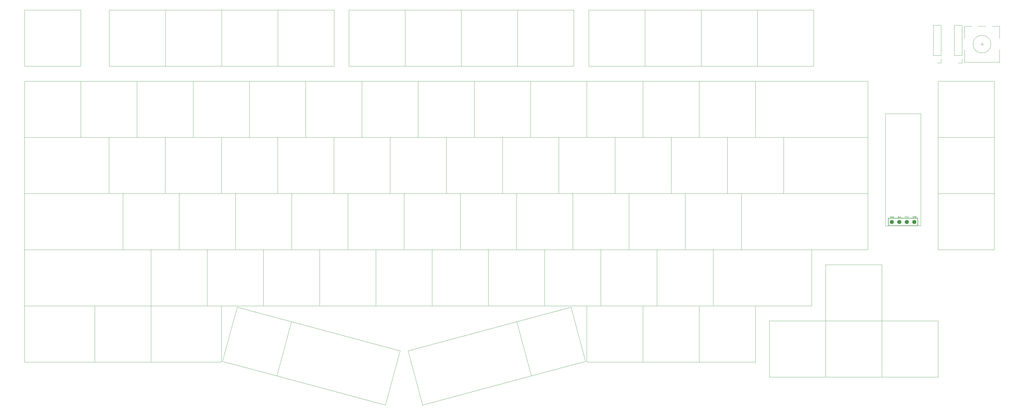
<source format=gbr>
%TF.GenerationSoftware,KiCad,Pcbnew,(6.0.6)*%
%TF.CreationDate,2022-07-23T00:41:05+02:00*%
%TF.ProjectId,middle,6d696464-6c65-42e6-9b69-6361645f7063,rev?*%
%TF.SameCoordinates,Original*%
%TF.FileFunction,Legend,Top*%
%TF.FilePolarity,Positive*%
%FSLAX46Y46*%
G04 Gerber Fmt 4.6, Leading zero omitted, Abs format (unit mm)*
G04 Created by KiCad (PCBNEW (6.0.6)) date 2022-07-23 00:41:05*
%MOMM*%
%LPD*%
G01*
G04 APERTURE LIST*
%ADD10C,0.100000*%
%ADD11C,0.120000*%
%ADD12C,0.150000*%
%ADD13C,1.397000*%
G04 APERTURE END LIST*
D10*
%TO.C,J1*%
X344861011Y-132897380D02*
X344932440Y-132921190D01*
X345051488Y-132921190D01*
X345099107Y-132897380D01*
X345122916Y-132873571D01*
X345146726Y-132825952D01*
X345146726Y-132778333D01*
X345122916Y-132730714D01*
X345099107Y-132706904D01*
X345051488Y-132683095D01*
X344956250Y-132659285D01*
X344908630Y-132635476D01*
X344884821Y-132611666D01*
X344861011Y-132564047D01*
X344861011Y-132516428D01*
X344884821Y-132468809D01*
X344908630Y-132445000D01*
X344956250Y-132421190D01*
X345075297Y-132421190D01*
X345146726Y-132445000D01*
X345646726Y-132873571D02*
X345622916Y-132897380D01*
X345551488Y-132921190D01*
X345503869Y-132921190D01*
X345432440Y-132897380D01*
X345384821Y-132849761D01*
X345361011Y-132802142D01*
X345337202Y-132706904D01*
X345337202Y-132635476D01*
X345361011Y-132540238D01*
X345384821Y-132492619D01*
X345432440Y-132445000D01*
X345503869Y-132421190D01*
X345551488Y-132421190D01*
X345622916Y-132445000D01*
X345646726Y-132468809D01*
X346099107Y-132921190D02*
X345861011Y-132921190D01*
X345861011Y-132421190D01*
X347289583Y-132421190D02*
X347456250Y-132921190D01*
X347622916Y-132421190D01*
X348075297Y-132873571D02*
X348051488Y-132897380D01*
X347980059Y-132921190D01*
X347932440Y-132921190D01*
X347861011Y-132897380D01*
X347813392Y-132849761D01*
X347789583Y-132802142D01*
X347765773Y-132706904D01*
X347765773Y-132635476D01*
X347789583Y-132540238D01*
X347813392Y-132492619D01*
X347861011Y-132445000D01*
X347932440Y-132421190D01*
X347980059Y-132421190D01*
X348051488Y-132445000D01*
X348075297Y-132468809D01*
X348575297Y-132873571D02*
X348551488Y-132897380D01*
X348480059Y-132921190D01*
X348432440Y-132921190D01*
X348361011Y-132897380D01*
X348313392Y-132849761D01*
X348289583Y-132802142D01*
X348265773Y-132706904D01*
X348265773Y-132635476D01*
X348289583Y-132540238D01*
X348313392Y-132492619D01*
X348361011Y-132445000D01*
X348432440Y-132421190D01*
X348480059Y-132421190D01*
X348551488Y-132445000D01*
X348575297Y-132468809D01*
X350175297Y-132445000D02*
X350127678Y-132421190D01*
X350056250Y-132421190D01*
X349984821Y-132445000D01*
X349937202Y-132492619D01*
X349913392Y-132540238D01*
X349889583Y-132635476D01*
X349889583Y-132706904D01*
X349913392Y-132802142D01*
X349937202Y-132849761D01*
X349984821Y-132897380D01*
X350056250Y-132921190D01*
X350103869Y-132921190D01*
X350175297Y-132897380D01*
X350199107Y-132873571D01*
X350199107Y-132706904D01*
X350103869Y-132706904D01*
X350413392Y-132921190D02*
X350413392Y-132421190D01*
X350699107Y-132921190D01*
X350699107Y-132421190D01*
X350937202Y-132921190D02*
X350937202Y-132421190D01*
X351056250Y-132421190D01*
X351127678Y-132445000D01*
X351175297Y-132492619D01*
X351199107Y-132540238D01*
X351222916Y-132635476D01*
X351222916Y-132706904D01*
X351199107Y-132802142D01*
X351175297Y-132849761D01*
X351127678Y-132897380D01*
X351056250Y-132921190D01*
X350937202Y-132921190D01*
X342249107Y-132897380D02*
X342320535Y-132921190D01*
X342439583Y-132921190D01*
X342487202Y-132897380D01*
X342511011Y-132873571D01*
X342534821Y-132825952D01*
X342534821Y-132778333D01*
X342511011Y-132730714D01*
X342487202Y-132706904D01*
X342439583Y-132683095D01*
X342344345Y-132659285D01*
X342296726Y-132635476D01*
X342272916Y-132611666D01*
X342249107Y-132564047D01*
X342249107Y-132516428D01*
X342272916Y-132468809D01*
X342296726Y-132445000D01*
X342344345Y-132421190D01*
X342463392Y-132421190D01*
X342534821Y-132445000D01*
X342749107Y-132921190D02*
X342749107Y-132421190D01*
X342868154Y-132421190D01*
X342939583Y-132445000D01*
X342987202Y-132492619D01*
X343011011Y-132540238D01*
X343034821Y-132635476D01*
X343034821Y-132706904D01*
X343011011Y-132802142D01*
X342987202Y-132849761D01*
X342939583Y-132897380D01*
X342868154Y-132921190D01*
X342749107Y-132921190D01*
X343225297Y-132778333D02*
X343463392Y-132778333D01*
X343177678Y-132921190D02*
X343344345Y-132421190D01*
X343511011Y-132921190D01*
%TO.C,KD13*%
X377612500Y-86670000D02*
X377612500Y-105720000D01*
X377612500Y-105720000D02*
X358562500Y-105720000D01*
X358562500Y-105720000D02*
X358562500Y-86670000D01*
X358562500Y-86670000D02*
X377612500Y-86670000D01*
D11*
%TO.C,SWA13*%
X367520000Y-80219997D02*
X379320000Y-80219997D01*
X379320000Y-68019997D02*
X379320000Y-72119997D01*
X379320000Y-76119997D02*
X379320000Y-80219997D01*
X376920000Y-68019997D02*
X379320000Y-68019997D01*
X367520000Y-76119997D02*
X367520000Y-80219997D01*
X367520000Y-72119997D02*
X367520000Y-68019997D01*
X372120000Y-68019997D02*
X374720000Y-68019997D01*
X367520000Y-68019997D02*
X369920000Y-68019997D01*
X372920000Y-74119997D02*
X373920000Y-74119997D01*
X373420000Y-74619997D02*
X373420000Y-73619997D01*
X376420000Y-74119997D02*
G75*
G03*
X376420000Y-74119997I-3000000J0D01*
G01*
D10*
%TO.C,KA5*%
X158900000Y-81620000D02*
X158900000Y-62570000D01*
X158900000Y-62570000D02*
X177950000Y-62570000D01*
X177950000Y-62570000D02*
X177950000Y-81620000D01*
X177950000Y-81620000D02*
X158900000Y-81620000D01*
%TO.C,KF9*%
X296650000Y-181920000D02*
X277600000Y-181920000D01*
X277600000Y-181920000D02*
X277600000Y-162870000D01*
X277600000Y-162870000D02*
X296650000Y-162870000D01*
X296650000Y-162870000D02*
X296650000Y-181920000D01*
%TO.C,KC7*%
X191875000Y-105720000D02*
X210925000Y-105720000D01*
X210925000Y-105720000D02*
X210925000Y-124770000D01*
X191875000Y-124770000D02*
X191875000Y-105720000D01*
X210925000Y-124770000D02*
X191875000Y-124770000D01*
%TO.C,KE11*%
X315700000Y-143820000D02*
X315700000Y-162870000D01*
X315700000Y-162870000D02*
X282362500Y-162870000D01*
X282362500Y-143820000D02*
X315700000Y-143820000D01*
X282362500Y-162870000D02*
X282362500Y-143820000D01*
%TO.C,KC9*%
X249025000Y-124770000D02*
X229975000Y-124770000D01*
X249025000Y-105720000D02*
X249025000Y-124770000D01*
X229975000Y-124770000D02*
X229975000Y-105720000D01*
X229975000Y-105720000D02*
X249025000Y-105720000D01*
%TO.C,KB9*%
X239500000Y-105720000D02*
X220450000Y-105720000D01*
X220450000Y-105720000D02*
X220450000Y-86670000D01*
X239500000Y-86670000D02*
X239500000Y-105720000D01*
X220450000Y-86670000D02*
X239500000Y-86670000D01*
%TO.C,KF3*%
X121013022Y-163277519D02*
X139413909Y-168208022D01*
X134483406Y-186608909D02*
X116082519Y-181678406D01*
X116082519Y-181678406D02*
X121013022Y-163277519D01*
X139413909Y-168208022D02*
X134483406Y-186608909D01*
%TO.C,KB0*%
X68050000Y-105720000D02*
X49000000Y-105720000D01*
X49000000Y-86670000D02*
X68050000Y-86670000D01*
X49000000Y-105720000D02*
X49000000Y-86670000D01*
X68050000Y-86670000D02*
X68050000Y-105720000D01*
%TO.C,KC2*%
X115675000Y-124770000D02*
X96625000Y-124770000D01*
X96625000Y-105720000D02*
X115675000Y-105720000D01*
X96625000Y-124770000D02*
X96625000Y-105720000D01*
X115675000Y-105720000D02*
X115675000Y-124770000D01*
%TO.C,KD7*%
X196637500Y-143820000D02*
X196637500Y-124770000D01*
X196637500Y-124770000D02*
X215687500Y-124770000D01*
X215687500Y-143820000D02*
X196637500Y-143820000D01*
X215687500Y-124770000D02*
X215687500Y-143820000D01*
%TO.C,KA7*%
X197000000Y-81620000D02*
X197000000Y-62570000D01*
X216050000Y-81620000D02*
X197000000Y-81620000D01*
X197000000Y-62570000D02*
X216050000Y-62570000D01*
X216050000Y-62570000D02*
X216050000Y-81620000D01*
D11*
%TO.C,J2*%
X366669999Y-67709996D02*
X364009999Y-67709996D01*
X366669999Y-77929996D02*
X366669999Y-67709996D01*
X366669999Y-79199996D02*
X366669999Y-80529996D01*
X364009999Y-77929996D02*
X364009999Y-67709996D01*
X366669999Y-77929996D02*
X364009999Y-77929996D01*
X366669999Y-80529996D02*
X365339999Y-80529996D01*
D10*
%TO.C,KC3*%
X134725000Y-105720000D02*
X134725000Y-124770000D01*
X134725000Y-124770000D02*
X115675000Y-124770000D01*
X115675000Y-105720000D02*
X134725000Y-105720000D01*
X115675000Y-124770000D02*
X115675000Y-105720000D01*
%TO.C,KA10*%
X278250000Y-62570000D02*
X278250000Y-81620000D01*
X259200000Y-81620000D02*
X259200000Y-62570000D01*
X278250000Y-81620000D02*
X259200000Y-81620000D01*
X259200000Y-62570000D02*
X278250000Y-62570000D01*
%TO.C,KC5*%
X153775000Y-105720000D02*
X172825000Y-105720000D01*
X172825000Y-124770000D02*
X153775000Y-124770000D01*
X153775000Y-124770000D02*
X153775000Y-105720000D01*
X172825000Y-105720000D02*
X172825000Y-124770000D01*
%TO.C,KF11*%
X339512500Y-186970000D02*
X320462500Y-186970000D01*
X339512500Y-167920000D02*
X339512500Y-186970000D01*
X320462500Y-167920000D02*
X339512500Y-167920000D01*
X320462500Y-186970000D02*
X320462500Y-167920000D01*
%TO.C,KE7*%
X206162500Y-162870000D02*
X206162500Y-143820000D01*
X206162500Y-143820000D02*
X225212500Y-143820000D01*
X225212500Y-162870000D02*
X206162500Y-162870000D01*
X225212500Y-143820000D02*
X225212500Y-162870000D01*
%TO.C,KF12*%
X358562500Y-186970000D02*
X339512500Y-186970000D01*
X339512500Y-186970000D02*
X339512500Y-167920000D01*
X358562500Y-167920000D02*
X358562500Y-186970000D01*
X339512500Y-167920000D02*
X358562500Y-167920000D01*
%TO.C,KE5*%
X168062500Y-162870000D02*
X168062500Y-143820000D01*
X168062500Y-143820000D02*
X187112500Y-143820000D01*
X187112500Y-143820000D02*
X187112500Y-162870000D01*
X187112500Y-162870000D02*
X168062500Y-162870000D01*
%TO.C,KB5*%
X144250000Y-105720000D02*
X144250000Y-86670000D01*
X163300000Y-105720000D02*
X144250000Y-105720000D01*
X163300000Y-86670000D02*
X163300000Y-105720000D01*
X144250000Y-86670000D02*
X163300000Y-86670000D01*
%TO.C,KD10*%
X272837500Y-124770000D02*
X272837500Y-143820000D01*
X272837500Y-143820000D02*
X253787500Y-143820000D01*
X253787500Y-143820000D02*
X253787500Y-124770000D01*
X253787500Y-124770000D02*
X272837500Y-124770000D01*
%TO.C,KA0*%
X49000000Y-81620000D02*
X49000000Y-62570000D01*
X49000000Y-62570000D02*
X68050000Y-62570000D01*
X68050000Y-62570000D02*
X68050000Y-81620000D01*
X68050000Y-81620000D02*
X49000000Y-81620000D01*
%TO.C,KD1*%
X82337500Y-124770000D02*
X101387500Y-124770000D01*
X82337500Y-143820000D02*
X82337500Y-124770000D01*
X101387500Y-143820000D02*
X82337500Y-143820000D01*
X101387500Y-124770000D02*
X101387500Y-143820000D01*
%TO.C,KB10*%
X239500000Y-105720000D02*
X239500000Y-86670000D01*
X258550000Y-105720000D02*
X239500000Y-105720000D01*
X239500000Y-86670000D02*
X258550000Y-86670000D01*
X258550000Y-86670000D02*
X258550000Y-105720000D01*
%TO.C,KC11*%
X287125000Y-105720000D02*
X287125000Y-124770000D01*
X268075000Y-105720000D02*
X287125000Y-105720000D01*
X268075000Y-124770000D02*
X268075000Y-105720000D01*
X287125000Y-124770000D02*
X268075000Y-124770000D01*
%TO.C,KF1*%
X72812500Y-162870000D02*
X91862500Y-162870000D01*
X91862500Y-181920000D02*
X72812500Y-181920000D01*
X72812500Y-181920000D02*
X72812500Y-162870000D01*
X91862500Y-162870000D02*
X91862500Y-181920000D01*
%TO.C,KE6*%
X206162500Y-162870000D02*
X187112500Y-162870000D01*
X187112500Y-143820000D02*
X206162500Y-143820000D01*
X187112500Y-162870000D02*
X187112500Y-143820000D01*
X206162500Y-143820000D02*
X206162500Y-162870000D01*
%TO.C,KA3*%
X115750000Y-81620000D02*
X115750000Y-62570000D01*
X115750000Y-62570000D02*
X134800000Y-62570000D01*
X134800000Y-62570000D02*
X134800000Y-81620000D01*
X134800000Y-81620000D02*
X115750000Y-81620000D01*
%TO.C,KE4*%
X168062500Y-143820000D02*
X168062500Y-162870000D01*
X149012500Y-143820000D02*
X168062500Y-143820000D01*
X149012500Y-162870000D02*
X149012500Y-143820000D01*
X168062500Y-162870000D02*
X149012500Y-162870000D01*
%TO.C,KD11*%
X291887500Y-124770000D02*
X291887500Y-143820000D01*
X272837500Y-143820000D02*
X272837500Y-124770000D01*
X291887500Y-143820000D02*
X272837500Y-143820000D01*
X272837500Y-124770000D02*
X291887500Y-124770000D01*
%TO.C,KD8*%
X234737500Y-124770000D02*
X234737500Y-143820000D01*
X234737500Y-143820000D02*
X215687500Y-143820000D01*
X215687500Y-143820000D02*
X215687500Y-124770000D01*
X215687500Y-124770000D02*
X234737500Y-124770000D01*
%TO.C,KF0*%
X49000000Y-181920000D02*
X72812500Y-181920000D01*
X49000000Y-181920000D02*
X49000000Y-162870000D01*
X72812500Y-162870000D02*
X72812500Y-181920000D01*
X49000000Y-162870000D02*
X72812500Y-162870000D01*
%TO.C,KE3*%
X129962500Y-162870000D02*
X129962500Y-143820000D01*
X149012500Y-143820000D02*
X149012500Y-162870000D01*
X149012500Y-162870000D02*
X129962500Y-162870000D01*
X129962500Y-143820000D02*
X149012500Y-143820000D01*
%TO.C,KF10*%
X320462500Y-167920000D02*
X320462500Y-186970000D01*
X320462500Y-186970000D02*
X301412500Y-186970000D01*
X301412500Y-167920000D02*
X320462500Y-167920000D01*
X301412500Y-186970000D02*
X301412500Y-167920000D01*
D11*
%TO.C,J3*%
X356925038Y-77929996D02*
X356925038Y-67709996D01*
X359585038Y-77929996D02*
X356925038Y-77929996D01*
X359585038Y-80529996D02*
X358255038Y-80529996D01*
X359585038Y-77929996D02*
X359585038Y-67709996D01*
X359585038Y-79199996D02*
X359585038Y-80529996D01*
X359585038Y-67709996D02*
X356925038Y-67709996D01*
D10*
%TO.C,KC0*%
X49000000Y-105720000D02*
X77575000Y-105720000D01*
X77575000Y-105720000D02*
X77575000Y-124770000D01*
X49000000Y-124770000D02*
X49000000Y-105720000D01*
X77575000Y-124770000D02*
X49000000Y-124770000D01*
%TO.C,KD6*%
X196637500Y-143820000D02*
X177587500Y-143820000D01*
X177587500Y-124770000D02*
X196637500Y-124770000D01*
X196637500Y-124770000D02*
X196637500Y-143820000D01*
X177587500Y-143820000D02*
X177587500Y-124770000D01*
%TO.C,KB2*%
X87100000Y-86670000D02*
X106150000Y-86670000D01*
X106150000Y-86670000D02*
X106150000Y-105720000D01*
X106150000Y-105720000D02*
X87100000Y-105720000D01*
X87100000Y-105720000D02*
X87100000Y-86670000D01*
%TO.C,KC4*%
X153775000Y-124770000D02*
X134725000Y-124770000D01*
X134725000Y-124770000D02*
X134725000Y-105720000D01*
X153775000Y-105720000D02*
X153775000Y-124770000D01*
X134725000Y-105720000D02*
X153775000Y-105720000D01*
%TO.C,KD0*%
X82337500Y-124770000D02*
X82337500Y-143820000D01*
X82337500Y-143820000D02*
X49000000Y-143820000D01*
X49000000Y-124770000D02*
X82337500Y-124770000D01*
X49000000Y-143820000D02*
X49000000Y-124770000D01*
%TO.C,KD3*%
X139487500Y-143820000D02*
X120437500Y-143820000D01*
X120437500Y-143820000D02*
X120437500Y-124770000D01*
X139487500Y-124770000D02*
X139487500Y-143820000D01*
X120437500Y-124770000D02*
X139487500Y-124770000D01*
%TO.C,KF5*%
X178959317Y-178069028D02*
X215761091Y-168208022D01*
X215761091Y-168208022D02*
X220691594Y-186608909D01*
X220691594Y-186608909D02*
X183889820Y-196469915D01*
X183889820Y-196469915D02*
X178959317Y-178069028D01*
%TO.C,KF8*%
X277600000Y-162870000D02*
X277600000Y-181920000D01*
X258550000Y-162870000D02*
X277600000Y-162870000D01*
X277600000Y-181920000D02*
X258550000Y-181920000D01*
X258550000Y-181920000D02*
X258550000Y-162870000D01*
%TO.C,KA11*%
X297300000Y-81620000D02*
X278250000Y-81620000D01*
X278250000Y-81620000D02*
X278250000Y-62570000D01*
X297300000Y-62570000D02*
X297300000Y-81620000D01*
X278250000Y-62570000D02*
X297300000Y-62570000D01*
%TO.C,KD5*%
X177587500Y-124770000D02*
X177587500Y-143820000D01*
X177587500Y-143820000D02*
X158537500Y-143820000D01*
X158537500Y-124770000D02*
X177587500Y-124770000D01*
X158537500Y-143820000D02*
X158537500Y-124770000D01*
%TO.C,KA9*%
X259200000Y-62570000D02*
X259200000Y-81620000D01*
X240150000Y-81620000D02*
X240150000Y-62570000D01*
X240150000Y-62570000D02*
X259200000Y-62570000D01*
X259200000Y-81620000D02*
X240150000Y-81620000D01*
%TO.C,KE8*%
X225212500Y-162870000D02*
X225212500Y-143820000D01*
X244262500Y-162870000D02*
X225212500Y-162870000D01*
X244262500Y-143820000D02*
X244262500Y-162870000D01*
X225212500Y-143820000D02*
X244262500Y-143820000D01*
%TO.C,KB3*%
X106150000Y-86670000D02*
X125200000Y-86670000D01*
X125200000Y-105720000D02*
X106150000Y-105720000D01*
X125200000Y-86670000D02*
X125200000Y-105720000D01*
X106150000Y-105720000D02*
X106150000Y-86670000D01*
%TO.C,KC6*%
X172825000Y-105720000D02*
X191875000Y-105720000D01*
X172825000Y-124770000D02*
X172825000Y-105720000D01*
X191875000Y-105720000D02*
X191875000Y-124770000D01*
X191875000Y-124770000D02*
X172825000Y-124770000D01*
%TO.C,KB8*%
X220450000Y-105720000D02*
X201400000Y-105720000D01*
X220450000Y-86670000D02*
X220450000Y-105720000D01*
X201400000Y-86670000D02*
X220450000Y-86670000D01*
X201400000Y-105720000D02*
X201400000Y-86670000D01*
%TO.C,KA1*%
X77650000Y-62570000D02*
X96700000Y-62570000D01*
X77650000Y-81620000D02*
X77650000Y-62570000D01*
X96700000Y-62570000D02*
X96700000Y-81620000D01*
X96700000Y-81620000D02*
X77650000Y-81620000D01*
%TO.C,KA12*%
X316350000Y-81620000D02*
X297300000Y-81620000D01*
X297300000Y-62570000D02*
X316350000Y-62570000D01*
X316350000Y-62570000D02*
X316350000Y-81620000D01*
X297300000Y-81620000D02*
X297300000Y-62570000D01*
%TO.C,KA8*%
X235100000Y-62570000D02*
X235100000Y-81620000D01*
X235100000Y-81620000D02*
X216050000Y-81620000D01*
X216050000Y-62570000D02*
X235100000Y-62570000D01*
X216050000Y-81620000D02*
X216050000Y-62570000D01*
%TO.C,KE2*%
X110912500Y-143820000D02*
X129962500Y-143820000D01*
X129962500Y-143820000D02*
X129962500Y-162870000D01*
X110912500Y-162870000D02*
X110912500Y-143820000D01*
X129962500Y-162870000D02*
X110912500Y-162870000D01*
D11*
%TO.C,J1*%
X340656250Y-135695000D02*
X340656250Y-97695000D01*
X352656250Y-135695000D02*
X340656250Y-135695000D01*
X340656250Y-97695000D02*
X352656250Y-97695000D01*
D12*
X341706250Y-135691000D02*
X341706250Y-133151000D01*
X351706250Y-133151000D02*
X341706250Y-133151000D01*
X351706250Y-133151000D02*
X351706250Y-135691000D01*
D11*
X352656250Y-97695000D02*
X352656250Y-135695000D01*
D12*
X351706250Y-135691000D02*
X341706250Y-135691000D01*
D10*
%TO.C,KE13*%
X358562500Y-105720000D02*
X377612500Y-105720000D01*
X377612500Y-124770000D02*
X358562500Y-124770000D01*
X358562500Y-124770000D02*
X358562500Y-105720000D01*
X377612500Y-105720000D02*
X377612500Y-124770000D01*
%TO.C,KC8*%
X210925000Y-105720000D02*
X229975000Y-105720000D01*
X229975000Y-105720000D02*
X229975000Y-124770000D01*
X229975000Y-124770000D02*
X210925000Y-124770000D01*
X210925000Y-124770000D02*
X210925000Y-105720000D01*
%TO.C,KD4*%
X158537500Y-124770000D02*
X158537500Y-143820000D01*
X139487500Y-124770000D02*
X158537500Y-124770000D01*
X158537500Y-143820000D02*
X139487500Y-143820000D01*
X139487500Y-143820000D02*
X139487500Y-124770000D01*
%TO.C,KB11*%
X277600000Y-105720000D02*
X258550000Y-105720000D01*
X277600000Y-86670000D02*
X277600000Y-105720000D01*
X258550000Y-86670000D02*
X277600000Y-86670000D01*
X258550000Y-105720000D02*
X258550000Y-86670000D01*
%TO.C,KF7*%
X239500000Y-162870000D02*
X258550000Y-162870000D01*
X258550000Y-162870000D02*
X258550000Y-181920000D01*
X258550000Y-181920000D02*
X239500000Y-181920000D01*
X239500000Y-181920000D02*
X239500000Y-162870000D01*
%TO.C,KE0*%
X49000000Y-162870000D02*
X49000000Y-143820000D01*
X91862500Y-143820000D02*
X91862500Y-162870000D01*
X91862500Y-162870000D02*
X49000000Y-162870000D01*
X49000000Y-143820000D02*
X91862500Y-143820000D01*
%TO.C,KC1*%
X77575000Y-124770000D02*
X77575000Y-105720000D01*
X77575000Y-105720000D02*
X96625000Y-105720000D01*
X96625000Y-124770000D02*
X77575000Y-124770000D01*
X96625000Y-105720000D02*
X96625000Y-124770000D01*
%TO.C,KE1*%
X91862500Y-143820000D02*
X110912500Y-143820000D01*
X110912500Y-162870000D02*
X91862500Y-162870000D01*
X110912500Y-143820000D02*
X110912500Y-162870000D01*
X91862500Y-162870000D02*
X91862500Y-143820000D01*
%TO.C,KC13*%
X306175000Y-105720000D02*
X334750000Y-105720000D01*
X334750000Y-124770000D02*
X306175000Y-124770000D01*
X306175000Y-124770000D02*
X306175000Y-105720000D01*
X334750000Y-105720000D02*
X334750000Y-124770000D01*
%TO.C,KB13*%
X334750000Y-105720000D02*
X296650000Y-105720000D01*
X296650000Y-105720000D02*
X296650000Y-86670000D01*
X296650000Y-86670000D02*
X334750000Y-86670000D01*
X334750000Y-86670000D02*
X334750000Y-105720000D01*
%TO.C,KF4*%
X176215683Y-178069028D02*
X171285180Y-196469915D01*
X171285180Y-196469915D02*
X134483406Y-186608909D01*
X139413909Y-168208022D02*
X176215683Y-178069028D01*
X134483406Y-186608909D02*
X139413909Y-168208022D01*
%TO.C,KA4*%
X134800000Y-62570000D02*
X153850000Y-62570000D01*
X153850000Y-62570000D02*
X153850000Y-81620000D01*
X134800000Y-81620000D02*
X134800000Y-62570000D01*
X153850000Y-81620000D02*
X134800000Y-81620000D01*
%TO.C,KC12*%
X287125000Y-124770000D02*
X287125000Y-105720000D01*
X306175000Y-105720000D02*
X306175000Y-124770000D01*
X306175000Y-124770000D02*
X287125000Y-124770000D01*
X287125000Y-105720000D02*
X306175000Y-105720000D01*
%TO.C,KB12*%
X277600000Y-105720000D02*
X277600000Y-86670000D01*
X296650000Y-105720000D02*
X277600000Y-105720000D01*
X296650000Y-86670000D02*
X296650000Y-105720000D01*
X277600000Y-86670000D02*
X296650000Y-86670000D01*
%TO.C,KB4*%
X125200000Y-105720000D02*
X125200000Y-86670000D01*
X144250000Y-86670000D02*
X144250000Y-105720000D01*
X125200000Y-86670000D02*
X144250000Y-86670000D01*
X144250000Y-105720000D02*
X125200000Y-105720000D01*
%TO.C,KB6*%
X182350000Y-105720000D02*
X163300000Y-105720000D01*
X163300000Y-86670000D02*
X182350000Y-86670000D01*
X182350000Y-86670000D02*
X182350000Y-105720000D01*
X163300000Y-105720000D02*
X163300000Y-86670000D01*
%TO.C,KA6*%
X177950000Y-81620000D02*
X177950000Y-62570000D01*
X197000000Y-81620000D02*
X177950000Y-81620000D01*
X197000000Y-62570000D02*
X197000000Y-81620000D01*
X177950000Y-62570000D02*
X197000000Y-62570000D01*
%TO.C,KA2*%
X115750000Y-62570000D02*
X115750000Y-81620000D01*
X96700000Y-81620000D02*
X96700000Y-62570000D01*
X96700000Y-62570000D02*
X115750000Y-62570000D01*
X115750000Y-81620000D02*
X96700000Y-81620000D01*
%TO.C,KF2*%
X91862500Y-162870000D02*
X115675000Y-162870000D01*
X115675000Y-162870000D02*
X115675000Y-181920000D01*
X91862500Y-181920000D02*
X91862500Y-162870000D01*
X91862500Y-181920000D02*
X115675000Y-181920000D01*
%TO.C,KD2*%
X120437500Y-143820000D02*
X101387500Y-143820000D01*
X101387500Y-143820000D02*
X101387500Y-124770000D01*
X101387500Y-124770000D02*
X120437500Y-124770000D01*
X120437500Y-124770000D02*
X120437500Y-143820000D01*
%TO.C,KF13*%
X358562500Y-124770000D02*
X377612500Y-124770000D01*
X377612500Y-124770000D02*
X377612500Y-143820000D01*
X358562500Y-143820000D02*
X358562500Y-124770000D01*
X377612500Y-143820000D02*
X358562500Y-143820000D01*
%TO.C,KB7*%
X182350000Y-86670000D02*
X201400000Y-86670000D01*
X201400000Y-105720000D02*
X182350000Y-105720000D01*
X201400000Y-86670000D02*
X201400000Y-105720000D01*
X182350000Y-105720000D02*
X182350000Y-86670000D01*
%TO.C,KE10*%
X282362500Y-143820000D02*
X282362500Y-162870000D01*
X263312500Y-162870000D02*
X263312500Y-143820000D01*
X282362500Y-162870000D02*
X263312500Y-162870000D01*
X263312500Y-143820000D02*
X282362500Y-143820000D01*
%TO.C,KB1*%
X68050000Y-105720000D02*
X68050000Y-86670000D01*
X87100000Y-105720000D02*
X68050000Y-105720000D01*
X87100000Y-86670000D02*
X87100000Y-105720000D01*
X68050000Y-86670000D02*
X87100000Y-86670000D01*
%TO.C,KD12*%
X334750000Y-143820000D02*
X291887500Y-143820000D01*
X291887500Y-124770000D02*
X334750000Y-124770000D01*
X291887500Y-143820000D02*
X291887500Y-124770000D01*
X334750000Y-124770000D02*
X334750000Y-143820000D01*
%TO.C,KE9*%
X263312500Y-143820000D02*
X263312500Y-162870000D01*
X244262500Y-162870000D02*
X244262500Y-143820000D01*
X244262500Y-143820000D02*
X263312500Y-143820000D01*
X263312500Y-162870000D02*
X244262500Y-162870000D01*
%TO.C,KC10*%
X268075000Y-124770000D02*
X249025000Y-124770000D01*
X249025000Y-124770000D02*
X249025000Y-105720000D01*
X268075000Y-105720000D02*
X268075000Y-124770000D01*
X249025000Y-105720000D02*
X268075000Y-105720000D01*
%TO.C,KE12*%
X320462500Y-148870000D02*
X339512500Y-148870000D01*
X339512500Y-148870000D02*
X339512500Y-167920000D01*
X320462500Y-167920000D02*
X320462500Y-148870000D01*
X339512500Y-167920000D02*
X320462500Y-167920000D01*
%TO.C,KD9*%
X234737500Y-143820000D02*
X234737500Y-124770000D01*
X234737500Y-124770000D02*
X253787500Y-124770000D01*
X253787500Y-143820000D02*
X234737500Y-143820000D01*
X253787500Y-124770000D02*
X253787500Y-143820000D01*
%TO.C,KF6*%
X239092481Y-181678406D02*
X220691594Y-186608909D01*
X220691594Y-186608909D02*
X215761091Y-168208022D01*
X215761091Y-168208022D02*
X234161978Y-163277519D01*
X234161978Y-163277519D02*
X239092481Y-181678406D01*
%TD*%
D13*
%TO.C,J1*%
X350516250Y-134445000D03*
X347976250Y-134445000D03*
X345436250Y-134445000D03*
X342896250Y-134445000D03*
%TD*%
M02*

</source>
